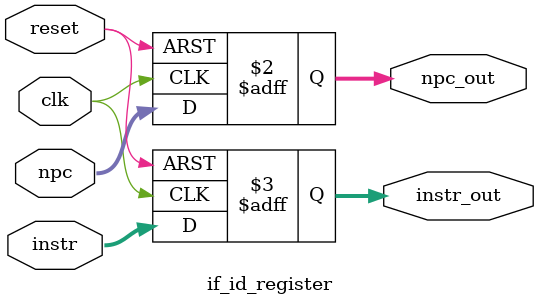
<source format=v>
`timescale 1ns / 1ps

module if_id_register
(
    input wire clk,
    input wire reset,
    input wire [31:0] npc,
    input wire [31:0] instr,                    // cant use instruction :c
    output reg [31:0] npc_out,
    output reg [31:0] instr_out
);

    always @(posedge clk or posedge reset) 
    begin
        if (reset) 
        begin
            npc_out <= 32'h00000000;
            instr_out <= 32'h00000000;
        end else 
        begin
            npc_out <= npc;
            instr_out <= instr;
        end
    end
    
endmodule

</source>
